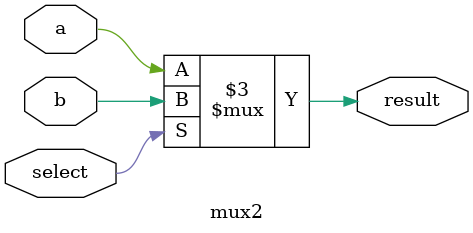
<source format=v>
module mux1(a,b,select,result);
   input a;
   input b;
   input select;
   output result;

   assign result = (select)?b:a;
endmodule

module mux2(a,b,select,result);
   input a;
   input b;
   input select;
   output result;

   reg result;
   always @(a or b or select)
     begin
        if(select)
            begin
                result = b;
            end
        else
            begin
                result = a;
            end
     end
endmodule

</source>
